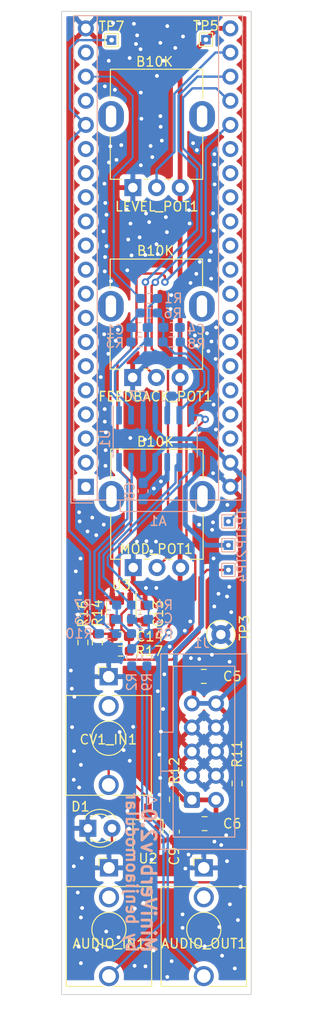
<source format=kicad_pcb>
(kicad_pcb (version 20211014) (generator pcbnew)
  (layers (0 "F.Cu" signal) (31 "B.Cu" signal) (34 "B.Paste" user) (35 "F.Paste" user) (36 "B.SilkS" user "B.Silkscreen") (37 "F.SilkS" user "F.Silkscreen") (38 "B.Mask" user) (39 "F.Mask" user) (44 "Edge.Cuts" user))
  (net 0 "")
  (net 1 "GND")
  (net 2 "+12V")
  (net 14 "3V3_A")
  (net 16 "INT_AUDIO_OUT1")
  (net 18 "INT_AUDIO_IN1")
  (net 29 "FEEDBACK")
  (net 31 "Net-(AUDIO_IN1-PadT)")
  (net 33 "Net-(AUDIO_OUT1-PadT)")
  (net 34 "Net-(C1-Pad1)")
  (net 35 "Net-(C1-Pad2)")
  (net 36 "Net-(C2-Pad1)")
  (net 37 "Net-(C2-Pad2)")
  (net 38 "Net-(C4-Pad1)")
  (net 39 "Net-(C4-Pad2)")
  (net 40 "-12V")
  (net 41 "Net-(D1-Pad2)")
  (net 44 "Net-(C3-Pad1)")
  (net 45 "Net-(C3-Pad2)")
  (net 46 "CV1")
  (net 52 "LEVEL")
  (net 53 "MOD")
  (net 54 "AREF_-10")
  (net 55 "Net-(C14-Pad2)")
  (net 57 "Net-(CV1_IN1-PadT)")
  (footprint "Capacitor_SMD:C_0603_1608Metric_Pad1.08x0.95mm_HandSolder" (layer "F.Cu") (at 133.804 126.3565 90)
    (fp_text reference "C13")
    (fp_text value "100nF")
  )
  (footprint "Capacitor_SMD:C_0805_2012Metric_Pad1.18x1.45mm_HandSolder" (layer "F.Cu") (at 140 133.011)
    (fp_text reference "C5")
    (fp_text value "47uF")
  )
  (footprint "benjiaomodular:Potentiometer_RV09" (layer "F.Cu") (at 132.5 101.545 90)
    (fp_text reference "FEEDBACK_POT1")
    (fp_text value "B10K")
  )
  (footprint "TestPoint:TestPoint_THTPad_1.0x1.0mm_Drill0.5mm" (layer "F.Cu") (at 140.225 65.975)
    (fp_text reference "TP5")
    (fp_text value "TP_3.3V")
  )
  (footprint "Package_TO_SOT_SMD:SOT-23_Handsoldering" (layer "F.Cu") (at 134.112 148.844 90)
    (fp_text reference "U2")
    (fp_text value "LM4040LP-10")
  )
  (footprint "Resistor_SMD:R_0603_1608Metric_Pad0.98x0.95mm_HandSolder" (layer "F.Cu") (at 131.244 130.3465 180)
    (fp_text reference "R17")
    (fp_text value "66.5k")
  )
  (footprint "Capacitor_SMD:C_0805_2012Metric_Pad1.18x1.45mm_HandSolder" (layer "F.Cu") (at 140.0875 148.511)
    (fp_text reference "C6")
    (fp_text value "47uF")
  )
  (footprint "TestPoint:TestPoint_Loop_D1.80mm_Drill1.0mm_Beaded" (layer "F.Cu") (at 141.8 128.6 90)
    (fp_text reference "TP3")
    (fp_text value "TP_GND")
  )
  (footprint "Resistor_SMD:R_0603_1608Metric_Pad0.98x0.95mm_HandSolder" (layer "F.Cu") (at 128.774 129.4465 -90)
    (fp_text reference "R14")
    (fp_text value "200k")
  )
  (footprint "benjiaomodular:AudioJack_3.5mm" (layer "F.Cu") (at 129.97 133.04)
    (fp_text reference "CV1_IN1")
    (fp_text value "MONO_JACK" hide)
  )
  (footprint "Package_TO_SOT_SMD:SOT-23-5" (layer "F.Cu") (at 131.294 125.9565 -90)
    (fp_text reference "U3")
    (fp_text value "MCP6001-OT")
  )
  (footprint "Capacitor_SMD:C_0603_1608Metric_Pad1.08x0.95mm_HandSolder" (layer "F.Cu") (at 131.254 128.8165 180)
    (fp_text reference "C14")
    (fp_text value "10nF")
  )
  (footprint "benjiaomodular:AudioJack_3.5mm" (layer "F.Cu") (at 140 153.162)
    (fp_text reference "AUDIO_OUT1")
    (fp_text value "MONO_JACK" hide)
  )
  (footprint "Resistor_SMD:R_0603_1608Metric_Pad0.98x0.95mm_HandSolder" (layer "F.Cu") (at 143.51 144.272 90)
    (fp_text reference "R11")
    (fp_text value "10k")
  )
  (footprint "Capacitor_SMD:C_0603_1608Metric_Pad1.08x0.95mm_HandSolder" (layer "F.Cu") (at 136.906 149.352 -90)
    (fp_text reference "C9")
    (fp_text value "100nF")
  )
  (footprint "benjiaomodular:Potentiometer_RV09" (layer "F.Cu") (at 132.56 121.555 90)
    (fp_text reference "MOD_POT1")
    (fp_text value "B10K")
  )
  (footprint "benjiaomodular:Potentiometer_RV09" (layer "F.Cu") (at 132.52 81.555 90)
    (fp_text reference "LEVEL_POT1")
    (fp_text value "B10K")
  )
  (footprint "LED_THT:LED_D3.0mm" (layer "F.Cu") (at 127.775 149)
    (fp_text reference "D1")
    (fp_text value "3mm_LED")
  )
  (footprint "TestPoint:TestPoint_THTPad_1.0x1.0mm_Drill0.5mm" (layer "F.Cu") (at 130.275 66.025)
    (fp_text reference "TP7")
    (fp_text value "TP_INPUT_BUFFER")
  )
  (footprint "Resistor_SMD:R_0603_1608Metric_Pad0.98x0.95mm_HandSolder" (layer "F.Cu") (at 136.906 145.9465 -90)
    (fp_text reference "R12")
    (fp_text value "330")
  )
  (footprint "Resistor_SMD:R_0603_1608Metric_Pad0.98x0.95mm_HandSolder" (layer "F.Cu") (at 127.254 129.4365 -90)
    (fp_text reference "R16")
    (fp_text value "100k")
  )
  (footprint "benjiaomodular:AudioJack_3.5mm" (layer "F.Cu") (at 130 153.162)
    (fp_text reference "AUDIO_IN1")
    (fp_text value "MONO_JACK" hide)
  )
  (footprint "Resistor_SMD:R_0603_1608Metric_Pad0.98x0.95mm_HandSolder" (layer "B.Cu") (at 134 131 90)
    (fp_text reference "R9")
    (fp_text value "1k")
  )
  (footprint "Capacitor_SMD:C_0603_1608Metric_Pad1.08x0.95mm_HandSolder" (layer "B.Cu") (at 135.72 103.5)
    (fp_text reference "C7")
    (fp_text value "100nF")
  )
  (footprint "Capacitor_SMD:C_0603_1608Metric_Pad1.08x0.95mm_HandSolder" (layer "B.Cu") (at 133.6 113.5 90)
    (fp_text reference "C8")
    (fp_text value "100nF")
  )
  (footprint "TestPoint:TestPoint_THTPad_1.0x1.0mm_Drill0.5mm" (layer "B.Cu") (at 142.6 121.8 90)
    (fp_text reference "TP4")
    (fp_text value "TP_-10V")
  )
  (footprint "Capacitor_SMD:C_0603_1608Metric_Pad1.08x0.95mm_HandSolder" (layer "B.Cu") (at 133.2875 127 180)
    (fp_text reference "C2")
    (fp_text value "47pF")
  )
  (footprint "Resistor_SMD:R_0603_1608Metric_Pad0.98x0.95mm_HandSolder" (layer "B.Cu") (at 134.2 93.218 180)
    (fp_text reference "R1")
    (fp_text value "10k")
  )
  (footprint "TestPoint:TestPoint_THTPad_1.0x1.0mm_Drill0.5mm" (layer "B.Cu") (at 142.6 116.7 90)
    (fp_text reference "TP1")
    (fp_text value "TP_12V")
  )
  (footprint "Package_SO:SOIC-14_3.9x8.7mm_P1.27mm" (layer "B.Cu") (at 134.874 107.99 -90)
    (fp_text reference "U1")
    (fp_text value "TL074")
  )
  (footprint "TestPoint:TestPoint_THTPad_1.0x1.0mm_Drill0.5mm" (layer "B.Cu") (at 142.6 119.2 90)
    (fp_text reference "TP2")
    (fp_text value "TP_-12V")
  )
  (footprint "Resistor_SMD:R_0603_1608Metric_Pad0.98x0.95mm_HandSolder" (layer "B.Cu") (at 133.23 97.805)
    (fp_text reference "R3")
    (fp_text value "100k")
  )
  (footprint "Connector_IDC:IDC-Header_2x05_P2.54mm_Vertical" (layer "B.Cu") (at 138.7475 146.011)
    (fp_text reference "J1")
    (fp_text value "IDC_2x05")
  )
  (footprint "Capacitor_SMD:C_0603_1608Metric_Pad1.08x0.95mm_HandSolder" (layer "B.Cu") (at 129.9 127)
    (fp_text reference "C3")
    (fp_text value "580pF")
  )
  (footprint "Resistor_SMD:R_0603_1608Metric_Pad0.98x0.95mm_HandSolder" (layer "B.Cu") (at 136.61 97.8 180)
    (fp_text reference "R8")
    (fp_text value "100k")
  )
  (footprint "daisy-seed:Device_Audio_Electrosmith_Daisy_Seed" (layer "B.Cu") (at 127.560933 113.05)
    (fp_text reference "A1")
    (fp_text value "Device_Audio_Electrosmith_Daisy_Seed_Rev4")
  )
  (footprint "Resistor_SMD:R_0603_1608Metric_Pad0.98x0.95mm_HandSolder" (layer "B.Cu") (at 134.19 94.75 180)
    (fp_text reference "R6")
    (fp_text value "100k")
  )
  (footprint "Resistor_SMD:R_0603_1608Metric_Pad0.98x0.95mm_HandSolder" (layer "B.Cu") (at 132.4 131 -90)
    (fp_text reference "R2")
    (fp_text value "100k")
  )
  (footprint "Resistor_SMD:R_0603_1608Metric_Pad0.98x0.95mm_HandSolder" (layer "B.Cu") (at 133.2875 125.5 180)
    (fp_text reference "R4")
    (fp_text value "100k")
  )
  (footprint "Capacitor_SMD:C_0603_1608Metric_Pad1.08x0.95mm_HandSolder" (layer "B.Cu") (at 133.23 96.28)
    (fp_text reference "C1")
    (fp_text value "47pF")
  )
  (footprint "Resistor_SMD:R_0603_1608Metric_Pad0.98x0.95mm_HandSolder" (layer "B.Cu") (at 129.9 125.5)
    (fp_text reference "R7")
    (fp_text value "10k")
  )
  (footprint "Capacitor_SMD:C_0603_1608Metric_Pad1.08x0.95mm_HandSolder" (layer "B.Cu") (at 136.6 96.27 180)
    (fp_text reference "C4")
    (fp_text value "47pF")
  )
  (footprint "Resistor_SMD:R_0603_1608Metric_Pad0.98x0.95mm_HandSolder" (layer "B.Cu") (at 129.9025 128.508)
    (fp_text reference "R10")
    (fp_text value "1k")
  )
  (footprint "Resistor_SMD:R_0603_1608Metric_Pad0.98x0.95mm_HandSolder" (layer "B.Cu") (at 133.2875 128.5)
    (fp_text reference "R5")
    (fp_text value "100k")
  )
  (gr_line (start 145 166.5) (end 125 166.5) (layer "Edge.Cuts") (width 0.1))
  (gr_line (start 125 166.5) (end 125 63) (layer "Edge.Cuts") (width 0.1))
  (gr_line (start 125 63) (end 145 63) (layer "Edge.Cuts") (width 0.1))
  (gr_line (start 145 63) (end 145 166.5) (layer "Edge.Cuts") (width 0.1))
  (gr_text "by benjiaomodular" (at 132.41 153.66 270) (layer "B.SilkS") (effects (font (size 1.2 1.2) (thickness 0.25)) (justify mirror)))
  (gr_text "MiniVerb v2.0" (at 134.16 154.485 270) (layer "B.SilkS") (effects (font (size 1.5 1.5) (thickness 0.3)) (justify mirror)))
  (segment (start 131.294 124.819) (end 130.344 124.819) (width 0.25) (layer "F.Cu") (net 1))
  (segment (start 139.05 148.511) (end 138.6095 148.511) (width 0.5) (layer "F.Cu") (net 1))
  (segment (start 138.6095 148.511) (end 136.906 150.2145) (width 0.5) (layer "F.Cu") (net 1))
  (via (at 137.76 159.48) (size 0.8) (drill 0.4) (layers "F.Cu" "B.Cu") (net 1))
  (via (at 135.06 69.79) (size 0.8) (drill 0.4) (layers "F.Cu" "B.Cu") (net 1))
  (via (at 141.84 150.76) (size 0.8) (drill 0.4) (layers "F.Cu" "B.Cu") (net 1))
  (via (at 135.4 143.7) (size 0.8) (drill 0.4) (layers "F.Cu" "B.Cu") (net 1))
  (via (at 129.73 84.41) (size 0.8) (drill 0.4) (layers "F.Cu" "B.Cu") (net 1))
  (via (at 131.13 138.87) (size 0.8) (drill 0.4) (layers "F.Cu" "B.Cu") (net 1))
  (via (at 127.13 152.12) (size 0.8) (drill 0.4) (layers "F.Cu" "B.Cu") (net 1))
  (via (at 140.75 88.31) (size 0.8) (drill 0.4) (layers "F.Cu" "B.Cu") (net 1))
  (via (at 139.23 98.2) (size 0.8) (drill 0.4) (layers "F.Cu" "B.Cu") (net 1))
  (via (at 126.29 143.89) (size 0.8) (drill 0.4) (layers "F.Cu" "B.Cu") (net 1))
  (via (at 132.03 87.02) (size 0.8) (drill 0.4) (layers "F.Cu" "B.Cu") (net 1))
  (via (at 135.42 66.31) (size 0.8) (drill 0.4) (layers "F.Cu" "B.Cu") (net 1))
  (via (at 133.83 88.64) (size 0.8) (drill 0.4) (layers "F.Cu" "B.Cu") (net 1))
  (via (at 126.86 144.71) (size 0.8) (drill 0.4) (layers "F.Cu" "B.Cu") (net 1))
  (via (at 141.63 159.39) (size 0.8) (drill 0.4) (layers "F.Cu" "B.Cu") (net 1))
  (via (at 138.5 85.33) (size 0.8) (drill 0.4) (layers "F.Cu" "B.Cu") (net 1))
  (via (at 136.4 129.875) (size 0.8) (drill 0.4) (layers "F.Cu" "B.Cu") (net 1))
  (via (at 143.87 155.15) (size 0.8) (drill 0.4) (layers "F.Cu" "B.Cu") (net 1))
  (via (at 142.45 124.6) (size 0.8) (drill 0.4) (layers "F.Cu" "B.Cu") (net 1))
  (via (at 132.95 118.82) (size 0.8) (drill 0.4) (layers "F.Cu" "B.Cu") (net 1))
  (via (at 140.97 116.79) (size 0.8) (drill 0.4) (layers "F.Cu" "B.Cu") (net 1))
  (via (at 142.89 126.25) (size 0.8) (drill 0.4) (layers "F.Cu" "B.Cu") (net 1))
  (via (at 132.19 141.89) (size 0.8) (drill 0.4) (layers "F.Cu" "B.Cu") (net 1))
  (via (at 136.57 92.87) (size 0.8) (drill 0.4) (layers "F.Cu" "B.Cu") (net 1))
  (via (at 126.71 155.76) (size 0.8) (drill 0.4) (layers "F.Cu" "B.Cu") (net 1))
  (via (at 127.04 142.32) (size 0.8) (drill 0.4) (layers "F.Cu" "B.Cu") (net 1))
  (via (at 136.5 94.33) (size 0.8) (drill 0.4) (layers "F.Cu" "B.Cu") (net 1))
  (via (at 139.27 77.6) (size 0.8) (drill 0.4) (layers "F.Cu" "B.Cu") (net 1))
  (via (at 129.14 101.5) (size 0.8) (drill 0.4) (layers "F.Cu" "B.Cu") (net 1))
  (via (at 132.97 65.52) (size 0.8) (drill 0.4) (layers "F.Cu" "B.Cu") (net 1))
  (via (at 141.28 107.02) (size 0.8) (drill 0.4) (layers "F.Cu" "B.Cu") (net 1))
  (via (at 140.98 84.26) (size 0.8) (drill 0.4) (layers "F.Cu" "B.Cu") (net 1))
  (via (at 141.14 81.21) (size 0.8) (drill 0.4) (layers "F.Cu" "B.Cu") (net 1))
  (via (at 141.55 124.31) (size 0.8) (drill 0.4) (layers "F.Cu" "B.Cu") (net 1))
  (via (at 129.61 83.17) (size 0.8) (drill 0.4) (layers "F.Cu" "B.Cu") (net 1))
  (via (at 127.04 163.2) (size 0.8) (drill 0.4) (layers "F.Cu" "B.Cu") (net 1))
  (via (at 135.45 75.15) (size 0.8) (drill 0.4) (layers "F.Cu" "B.Cu") (net 1))
  (via (at 129.49 96.99) (size 0.8) (drill 0.4) (layers "F.Cu" "B.Cu") (net 1))
  (via (at 140.88 117.58) (size 0.8) (drill 0.4) (layers "F.Cu" "B.Cu") (net 1))
  (via (at 141.3 96.27) (size 0.8) (drill 0.4) (layers "F.Cu" "B.Cu") (net 1))
  (via (at 131.55 140.77) (size 0.8) (drill 0.4) (layers "F.Cu" "B.Cu") (net 1))
  (via (at 130.62 71.26) (size 0.8) (drill 0.4) (layers "F.Cu" "B.Cu") (net 1))
  (via (at 136.11 86.24) (size 0.8) (drill 0.4) (layers "F.Cu" "B.Cu") (net 1))
  (via (at 137.81 65.64) (size 0.8) (drill 0.4) (layers "F.Cu" "B.Cu") (net 1))
  (via (at 134.7 161.87) (size 0.8) (drill 0.4) (layers "F.Cu" "B.Cu") (net 1))
  (via (at 140.98 111.62) (size 0.8) (drill 0.4) (layers "F.Cu" "B.Cu") (net 1))
  (via (at 141.93 162.41) (size 0.8) (drill 0.4) (layers "F.Cu" "B.Cu") (net 1))
  (via (at 138.6 91.59) (size 0.8) (drill 0.4) (layers "F.Cu" "B.Cu") (net 1))
  (via (at 129.45 117.03) (size 0.8) (drill 0.4) (layers "F.Cu" "B.Cu") (net 1))
  (via (at 135.15 134.57) (size 0.8) (drill 0.4) (layers "F.Cu" "B.Cu") (net 1))
  (via (at 126.8 161.45) (size 0.8) (drill 0.4) (layers "F.Cu" "B.Cu") (net 1))
  (via (at 129.57 70.89) (size 0.8) (drill 0.4) (layers "F.Cu" "B.Cu") (net 1))
  (via (at 127.74 117.75) (size 0.8) (drill 0.4) (layers "F.Cu" "B.Cu") (net 1))
  (via (at 129.63 110.84) (size 0.8) (drill 0.4) (layers "F.Cu" "B.Cu") (net 1))
  (via (at 130.7 97.67) (size 0.8) (drill 0.4) (layers "F.Cu" "B.Cu") (net 1))
  (via (at 141.12 150.4) (size 0.8) (drill 0.4) (layers "F.Cu" "B.Cu") (net 1))
  (via (at 133.42 74.3) (size 0.8) (drill 0.4) (layers "F.Cu" "B.Cu") (net 1))
  (via (at 127.17 157.39) (size 0.8) (drill 0.4) (layers "F.Cu" "B.Cu") (net 1))
  (via (at 133.9 123.7) (size 0.8) (drill 0.4) (layers "F.Cu" "B.Cu") (net 1))
  (via (at 136.15 64.55) (size 0.8) (drill 0.4) (layers "F.Cu" "B.Cu") (net 1))
  (via (at 133.33 66.98) (size 0.8) (drill 0.4) (layers "F.Cu" "B.Cu") (net 1))
  (via (at 140.85 130.73) (size 0.8) (drill 0.4) (layers "F.Cu" "B.Cu") (net 1))
  (via (at 134.73125 113.23125) (size 0.8) (drill 0.4) (layers "F.Cu" "B.Cu") (net 1))
  (via (at 134.57 78.34) (size 0.8) (drill 0.4) (layers "F.Cu" "B.Cu") (net 1))
  (via (at 133.36 71.55) (size 0.8) (drill 0.4) (layers "F.Cu" "B.Cu") (net 1))
  (via (at 140.6 89.22) (size 0.8) (drill 0.4) (layers "F.Cu" "B.Cu") (net 1))
  (via (at 141.11 125.65) (size 0.8) (drill 0.4) (layers "F.Cu" "B.Cu") (net 1))
  (via (at 138.39 151.76) (size 0.8) (drill 0.4) (layers "F.Cu" "B.Cu") (net 1))
  (via (at 142.36 149.73) (size 0.8) (drill 0.4) (layers "F.Cu" "B.Cu") (net 1))
  (via (at 128.24 116.29) (size 0.8) (drill 0.4) (layers "F.Cu" "B.Cu") (net 1))
  (via (at 135 123.7) (size 0.8) (drill 0.4) (layers "F.Cu" "B.Cu") (net 1))
  (via (at 129.55 104.87) (size 0.8) (drill 0.4) (layers "F.Cu" "B.Cu") (net 1))
  (via (at 132.73 157.45) (size 0.8) (drill 0.4) (layers "F.Cu" "B.Cu") (net 1))
  (via (at 137.76 158.06) (size 0.8) (drill 0.4) (layers "F.Cu" "B.Cu") (net 1))
  (via (at 135.33 145.46) (size 0.8) (drill 0.4) (layers "F.Cu" "B.Cu") (net 1))
  (via (at 140.09 161.42) (size 0.8) (drill 0.4) (layers "F.Cu" "B.Cu") (net 1))
  (via (at 133.64 156.85) (size 0.8) (drill 0.4) (layers "F.Cu" "B.Cu") (net 1))
  (via (at 136 84.66) (size 0.8) (drill 0.4) (layers "F.Cu" "B.Cu") (net 1))
  (via (at 133.91 84.28) (size 0.8) (drill 0.4) (layers "F.Cu" "B.Cu") (net 1))
  (via (at 143.6 158.66) (size 0.8) (drill 0.4) (layers "F.Cu" "B.Cu") (net 1))
  (via (at 126.85 115.73) (size 0.8) (drill 0.4) (layers "F.Cu" "B.Cu") (net 1))
  (via (at 133.79 108.07) (size 0.8) (drill 0.4) (layers "F.Cu" "B.Cu") (net 1))
  (via (at 134.96 118.82) (size 0.8) (drill 0.4) (layers "F.Cu" "B.Cu") (net 1))
  (via (at 138.43 83.93) (size 0.8) (drill 0.4) (layers "F.Cu" "B.Cu") (net 1))
  (via (at 142.45 152.46) (size 0.8) (drill 0.4) (layers "F.Cu" "B.Cu") (net 1))
  (via (at 141.11 79.13) (size 0.8) (drill 0.4) (layers "F.Cu" "B.Cu") (net 1))
  (via (at 134.24 85.18) (size 0.8) (drill 0.4) (layers "F.Cu" "B.Cu") (net 1))
  (via (at 139.52 131.18) (size 0.8) (drill 0.4) (layers "F.Cu" "B.Cu") (net 1))
  (via (at 140.49 98.77) (size 0.8) (drill 0.4) (layers "F.Cu" "B.Cu") (net 1))
  (via (at 138.87 76.87) (size 0.8) (drill 0.4) (layers "F.Cu" "B.Cu") (net 1))
  (via (at 130.43 64.22) (size 0.8) (drill 0.4) (layers "F.Cu" "B.Cu") (net 1))
  (via (at 141.25 99.59) (size 0.8) (drill 0.4) (layers "F.Cu" "B.Cu") (net 1))
  (via (at 142.69 123.58) (size 0.8) (drill 0.4) (layers "F.Cu" "B.Cu") (net 1))
  (via (at 126.91 116.69) (size 0.8) (drill 0.4) (layers "F.Cu" "B.Cu") (net 1))
  (via (at 139.06 97.11) (size 0.8) (drill 0.4) (layers "F.Cu" "B.Cu") (net 1))
  (via (at 141.12 78.03) (size 0.8) (drill 0.4) (layers "F.Cu" "B.Cu") (net 1))
  (via (at 138.575 127.225) (size 0.8) (drill 0.4) (layers "F.Cu" "B.Cu") (net 1))
  (via (at 130.21 91.4) (size 0.8) (drill 0.4) (layers "F.Cu" "B.Cu") (net 1))
  (via (at 135.01 87.51) (size 0.8) (drill 0.4) (layers "F.Cu" "B.Cu") (net 1))
  (via (at 131.86 83.85) (size 0.8) (drill 0.4) (layers "F.Cu" "B.Cu") (net 1))
  (via (at 135.71 136.44) (size 0.8) (drill 0.4) (layers "F.Cu" "B.Cu") (net 1))
  (via (at 125.98 132.39) (size 0.8) (drill 0.4) (layers "F.Cu" "B.Cu") (net 1))
  (via (at 127.04 158.39) (size 0.8) (drill 0.4) (layers "F.Cu" "B.Cu") (net 1))
  (via (at 139.51 117.04) (size 0.8) (drill 0.4) (layers "F.Cu" "B.Cu") (net 1))
  (via (at 135.84 132.79) (size 0.8) (drill 0.4) (layers "F.Cu" "B.Cu") (net 1))
  (via (at 135.48 138.82) (size 0.8) (drill 0.4) (layers "F.Cu" "B.Cu") (net 1))
  (via (at 126.35 135.15) (size 0.8) (drill 0.4) (layers "F.Cu" "B.Cu") (net 1))
  (via (at 132.7 163.47) (size 0.8) (drill 0.4) (layers "F.Cu" "B.Cu") (net 1))
  (via (at 140.78 91.14) (size 0.8) (drill 0.4) (layers "F.Cu" "B.Cu") (net 1))
  (via (at 136.15 164.65) (size 0.8) (drill 0.4) (layers "F.Cu" "B.Cu") (net 1))
  (via (at 132.1 149.04) (size 0.8) (drill 0.4) (layers "F.Cu" "B.Cu") (net 1))
  (via (at 130.15 77.21) (size 0.8) (drill 0.4) (layers "F.Cu" "B.Cu") (net 1))
  (via (at 128.74 161.78) (size 0.8) (drill 0.4) (layers "F.Cu" "B.Cu") (net 1))
  (via (at 129.65 109.19) (size 0.8) (drill 0.4) (layers "F.Cu" "B.Cu") (net 1))
  (via (at 142.49 114.95) (size 0.8) (drill 0.4) (layers "F.Cu" "B.Cu") (net 1))
  (via (at 126.29 153) (size 0.8) (drill 0.4) (layers "F.Cu" "B.Cu") (net 1))
  (via (at 135.75 68.19) (size 0.8) (drill 0.4) (layers "F.Cu" "B.Cu") (net 1))
  (via (at 126.32 140.87) (size 0.8) (drill 0.4) (layers "F.Cu" "B.Cu") (net 1))
  (via (at 129.71 159.87) (size 0.8) (drill 0.4) (layers "F.Cu" "B.Cu") (net 1))
  (via (at 129.59 88.86) (size 0.8) (drill 0.4) (layers "F.Cu" "B.Cu") (net 1))
  (via (at 129.52 81.14) (size 0.8) (drill 0.4) (layers "F.Cu" "B.Cu") (net 1))
  (via (at 130.95 96.52) (size 0.8) (drill 0.4) (layers "F.Cu" "B.Cu") (net 1))
  (via (at 133.85 163.53) (size 0.8) (drill 0.4) (layers "F.Cu" "B.Cu") (net 1))
  (via (at 141.03 104.4) (size 0.8) (drill 0.4) (layers "F.Cu" "B.Cu") (net 1))
  (via (at 133.95 118.77) (size 0.8) (drill 0.4) (layers "F.Cu" "B.Cu") (net 1))
  (via (at 132.38 88.69) (size 0.8) (drill 0.4) (layers "F.Cu" "B.Cu") (net 1))
  (via (at 132.55 138.32) (size 0.8) (drill 0.4) (layers "F.Cu" "B.Cu") (net 1))
  (via (at 135.42 74.03) (size 0.8) (drill 0.4) (layers "F.Cu" "B.Cu") (net 1))
  (via (at 135.14 88.55) (size 0.8) (drill 0.4) (layers "F.Cu" "B.Cu") (net 1))
  (via (at 132.63 64.31) (size 0.8) (drill 0.4) (layers "F.Cu" "B.Cu") (net 1))
  (via (at 132.25 107.91) (size 0.8) (drill 0.4) (layers "F.Cu" "B.Cu") (net 1))
  (via (at 135.57 76.6) (size 0.8) (drill 0.4) (layers "F.Cu" "B.Cu") (net 1))
  (via (at 136.61 162.99) (size 0.8) (drill 0.4) (layers "F.Cu" "B.Cu") (net 1))
  (via (at 126.11 138.35) (size 0.8) (drill 0.4) (layers "F.Cu" "B.Cu") (net 1))
  (via (at 138.64 131.08) (size 0.8) (drill 0.4) (layers "F.Cu" "B.Cu") (net 1))
  (via (at 126.71 126.49) (size 0.8) (drill 0.4) (layers "F.Cu" "B.Cu") (net 1))
  (via (at 130 78.9) (size 0.8) (drill 0.4) (layers "F.Cu" "B.Cu") (net 1))
  (via (at 132.18 67.91) (size 0.8) (drill 0.4) (layers "F.Cu" "B.Cu") (net 1))
  (via (at 131.95 147.16) (size 0.8) (drill 0.4) (layers "F.Cu" "B.Cu") (net 1))
  (via (at 139.58 89.36) (size 0.8) (drill 0.4) (layers "F.Cu" "B.Cu") (net 1))
  (via (at 131.01 160.48) (size 0.8) (drill 0.4) (layers "F.Cu" "B.Cu") (net 1))
  (via (at 129.93 99.05) (size 0.8) (drill 0.4) (layers "F.Cu" "B.Cu") (net 1))
  (via (at 134.39 77.17) (size 0.8) (drill 0.4) (layers "F.Cu" "B.Cu") (net 1))
  (via (at 141.03 120.59) (size 0.8) (drill 0.4) (layers "F.Cu" "B.Cu") (net 1))
  (via (at 143.27 163.75) (size 0.8) (drill 0.4) (layers "F.Cu" "B.Cu") (net 1))
  (via (at 127 120.6) (size 0.8) (drill 0.4) (layers "F.Cu" "B.Cu") (net 1))
  (via (at 136.99 66.85) (size 0.8) (drill 0.4) (layers "F.Cu" "B.Cu") (net 1))
  (via (at 134.49 152.31) (size 0.8) (drill 0.4) (layers "F.Cu" "B.Cu") (net 1))
  (via (at 140.34 96.89) (size 0.8) (drill 0.4) (layers "F.Cu" "B.Cu") (net 1))
  (via (at 133.23 86.79) (size 0.8) (drill 0.4) (layers "F.Cu" "B.Cu") (net 1))
  (via (at 126.95 124.25) (size 0.8) (drill 0.4) (layers "F.Cu" "B.Cu") (net 1))
  (via (at 128.66 118.14) (size 0.8) (drill 0.4) (layers "F.Cu" "B.Cu") (net 1))
  (via (at 135.48125 112.48125) (size 0.8) (drill 0.4) (layers "F.Cu" "B.Cu") (net 1))
  (via (at 129.56 106.19) (size 0.8) (drill 0.4) (layers "F.Cu" "B.Cu") (net 1))
  (via (at 129.55 90.37) (size 0.8) (drill 0.4) (layers "F.Cu" "B.Cu") (net 1))
  (via (at 129.43 86.16) (size 0.8) (drill 0.4) (layers "F.Cu" "B.Cu") (net 1))
  (via (at 129.98 68.2) (size 0.8) (drill 0.4) (layers "F.Cu" "B.Cu") (net 1))
  (via (at 129.73 87.71) (size 0.8) (drill 0.4) (layers "F.Cu" "B.Cu") (net 1))
  (via (at 135.32 141.24) (size 0.8) (drill 0.4) (layers "F.Cu" "B.Cu") (net 1))
  (via (at 126.5 121.95) (size 0.8) (drill 0.4) (layers "F.Cu" "B.Cu") (net 1))
  (via (at 130.79 78.63) (size 0.8) (drill 0.4) (layers "F.Cu" "B.Cu") (net 1))
  (via (at 138.06 153.24) (size 0.8) (drill 0.4) (layers "F.Cu" "B.Cu") (net 1))
  (via (at 138 128.2) (size 0.8) (drill 0.4) (layers "F.Cu" "B.Cu") (net 1))
  (via (at 134.46 119.84) (size 0.8) (drill 0.4) (layers "F.Cu" "B.Cu") (net 1))
  (via (at 141.06 86.08) (size 0.8) (drill 0.4) (layers "F.Cu" "B.Cu") (net 1))
  (via (at 132.27 85.34) (size 0.8) (drill 0.4) (layers "F.Cu" "B.Cu") (net 1))
  (via (at 140.81 97.75) (size 0.8) (drill 0.4) (layers "F.Cu" "B.Cu") (net 1))
  (via (at 132.85 66.43) (size 0.8) (drill 0.4) (layers "F.Cu" "B.Cu") (net 1))
  (via (at 139.53 64.28) (size 0.8) (drill 0.4) (layers "F.Cu" "B.Cu") (net 1))
  (via (at 131.93 90.26) (size 0.8) (drill 0.4) (layers "F.Cu" "B.Cu") (net 1))
  (via (at 133.36 79.2) (size 0.8) (drill 0.4) (layers "F.Cu" "B.Cu") (net 1))
  (via (at 142.75 157) (size 0.8) (drill 0.4) (layers "F.Cu" "B.Cu") (net 1))
  (via (at 142.72 131.47) (size 0.8) (drill 0.4) (layers "F.Cu" "B.Cu") (net 1))
  (via (at 131.3 77.08) (size 0.8) (drill 0.4) (layers "F.Cu" "B.Cu") (net 1))
  (via (at 139.21 90.63) (size 0.8) (drill 0.4) (layers "F.Cu" "B.Cu") (net 1))
  (via (at 129.67 107.32) (size 0.8) (drill 0.4) (layers "F.Cu" "B.Cu") (net 1))
  (via (at 126.08 134.3) (size 0.8) (drill 0.4) (layers "F.Cu" "B.Cu") (net 1))
  (segment (start 136.2 105.459) (end 136.144 105.515) (width 0.5) (layer "B.Cu") (net 1))
  (segment (start 139.3 101.025658) (end 137.874342 99.6) (width 0.5) (layer "B.Cu") (net 1))
  (segment (start 135.48125 112.48125) (end 134.73125 113.23125) (width 0.5) (layer "B.Cu") (net 1))
  (segment (start 139.3 102.3) (end 139.3 101.025658) (width 0.5) (layer "B.Cu") (net 1))
  (segment (start 133.6 114.3625) (end 134.73125 113.23125) (width 0.5) (layer "B.Cu") (net 1))
  (segment (start 138.1 103.5) (end 139.3 102.3) (width 0.5) (layer "B.Cu") (net 1))
  (segment (start 136.5825 103.5) (end 136.2 103.8825) (width 0.5) (layer "B.Cu") (net 1))
  (segment (start 134.445 99.6) (end 132.5 101.545) (width 0.5) (layer "B.Cu") (net 1))
  (segment (start 136.144 110.465) (end 136.144 111.8185) (width 0.5) (layer "B.Cu") (net 1))
  (segment (start 136.144 111.8185) (end 135.48125 112.48125) (width 0.5) (layer "B.Cu") (net 1))
  (segment (start 136.2 103.8825) (end 136.2 105.459) (width 0.5) (layer "B.Cu") (net 1))
  (segment (start 137.874342 99.6) (end 134.445 99.6) (width 0.5) (layer "B.Cu") (net 1))
  (segment (start 136.5825 103.5) (end 138.1 103.5) (width 0.5) (layer "B.Cu") (net 1))
  (segment (start 138.9625 133.011) (end 138.9625 135.636) (width 0.5) (layer "F.Cu") (net 2))
  (segment (start 141.2875 135.851) (end 143.51 138.0735) (width 0.5) (layer "F.Cu") (net 2))
  (segment (start 138.9625 135.636) (end 138.7475 135.851) (width 0.5) (layer "F.Cu") (net 2))
  (segment (start 143.51 138.0735) (end 143.51 143.3595) (width 0.5) (layer "F.Cu") (net 2))
  (segment (start 144.1 115.2) (end 144.2 115.2) (width 0.25) (layer "B.Cu") (net 2))
  (segment (start 141.2875 135.851) (end 138.7475 135.851) (width 0.5) (layer "B.Cu") (net 2))
  (segment (start 134.874 107.074) (end 135.8 108) (width 0.5) (layer "B.Cu") (net 2))
  (segment (start 134.874 105.515) (end 134.874 103.5165) (width 0.5) (layer "B.Cu") (net 2))
  (segment (start 140.125 108) (end 144.2 112.075) (width 0.5) (layer "B.Cu") (net 2))
  (segment (start 142.6 116.7) (end 144.1 115.2) (width 0.25) (layer "B.Cu") (net 2))
  (segment (start 144.2 115.2) (end 144.2 132.9385) (width 0.5) (layer "B.Cu") (net 2))
  (segment (start 134.874 105.515) (end 134.874 107.074) (width 0.5) (layer "B.Cu") (net 2))
  (segment (start 144.2 112.075) (end 144.2 115.2) (width 0.5) (layer "B.Cu") (net 2))
  (segment (start 135.8 108) (end 140.125 108) (width 0.5) (layer "B.Cu") (net 2))
  (segment (start 144.2 132.9385) (end 141.2875 135.851) (width 0.5) (layer "B.Cu") (net 2))
  (segment (start 137.5 124.4) (end 134.681 127.219) (width 0.5) (layer "F.Cu") (net 14))
  (segment (start 142.635 64.79) (end 141.432919 64.79) (width 0.5) (layer "F.Cu") (net 14))
  (segment (start 137.5 121.615) (end 137.5 124.4) (width 0.5) (layer "F.Cu") (net 14))
  (segment (start 134.681 127.219) (end 133.804 127.219) (width 0.5) (layer "F.Cu") (net 14))
  (segment (start 137.5 121.495) (end 137.56 121.555) (width 0.5) (layer "F.Cu") (net 14))
  (segment (start 137.5 68.722919) (end 137.5 121.495) (width 0.5) (layer "F.Cu") (net 14))
  (segment (start 132.244 127.094) (end 133.669 127.094) (width 0.5) (layer "F.Cu") (net 14))
  (segment (start 141.432919 64.79) (end 137.5 68.722919) (width 0.5) (layer "F.Cu") (net 14))
  (segment (start 133.669 127.094) (end 133.784 127.209) (width 0.5) (layer "F.Cu") (net 14))
  (segment (start 137.56 121.555) (end 137.5 121.615) (width 0.5) (layer "F.Cu") (net 14))
  (segment (start 130.5 90.4305) (end 133.2875 93.218) (width 0.2) (layer "B.Cu") (net 16))
  (segment (start 130.5 80.4) (end 130.5 90.4305) (width 0.2) (layer "B.Cu") (net 16))
  (segment (start 130.47 69.87) (end 132.5 71.9) (width 0.2) (layer "B.Cu") (net 16))
  (segment (start 127.395 69.87) (end 130.47 69.87) (width 0.2) (layer "B.Cu") (net 16))
  (segment (start 132.5 71.9) (end 132.5 78.4) (width 0.2) (layer "B.Cu") (net 16))
  (segment (start 132.5 78.4) (end 130.5 80.4) (width 0.2) (layer "B.Cu") (net 16))
  (segment (start 125.875 73.264067) (end 125.875 66.875) (width 0.25) (layer "B.Cu") (net 18))
  (segment (start 125.8 76.710933) (end 127.560933 74.95) (width 0.25) (layer "B.Cu") (net 18))
  (segment (start 125.8 117.67) (end 125.8 76.710933) (width 0.25) (layer "B.Cu") (net 18))
  (segment (start 126.725 66.025) (end 130.275 66.025) (width 0.25) (layer "B.Cu") (net 18))
  (segment (start 128 119.87) (end 125.8 117.67) (width 0.25) (layer "B.Cu") (net 18))
  (segment (start 128 127.518) (end 128 119.87) (width 0.25) (layer "B.Cu") (net 18))
  (segment (start 127.560933 74.95) (end 125.875 73.264067) (width 0.25) (layer "B.Cu") (net 18))
  (segment (start 125.875 66.875) (end 126.725 66.025) (width 0.25) (layer "B.Cu") (net 18))
  (segment (start 128.99 128.508) (end 128 127.518) (width 0.25) (layer "B.Cu") (net 18))
  (segment (start 133.844917 100.389917) (end 133.844917 91.601629) (width 0.25) (layer "F.Cu") (net 29))
  (segment (start 135 101.545) (end 133.844917 100.389917) (width 0.25) (layer "F.Cu") (net 29))
  (via (at 133.844917 91.5) (size 0.8) (drill 0.4) (layers "F.Cu" "B.Cu") (net 29))
  (segment (start 137.349501 71.850499) (end 137.349501 77.649501) (width 0.25) (layer "B.Cu") (net 29))
  (segment (start 139.3 85.989402) (end 133.844917 91.444485) (width 0.25) (layer "B.Cu") (net 29))
  (segment (start 139.3 79.6) (end 139.3 85.989402) (width 0.25) (layer "B.Cu") (net 29))
  (segment (start 139.33 69.87) (end 137.349501 71.850499) (width 0.25) (layer "B.Cu") (net 29))
  (segment (start 137.349501 77.649501) (end 139.3 79.6) (width 0.25) (layer "B.Cu") (net 29))
  (segment (start 142.635 69.87) (end 139.33 69.87) (width 0.25) (layer "B.Cu") (net 29))
  (segment (start 132.4 131.9125) (end 133.5 133.0125) (width 0.25) (layer "B.Cu") (net 31))
  (segment (start 133.5 147.7) (end 135.750499 149.950499) (width 0.25) (layer "B.Cu") (net 31))
  (segment (start 135.750499 149.950499) (end 135.750499 158.811501) (width 0.25) (layer "B.Cu") (net 31))
  (segment (start 135.750499 158.811501) (end 130 164.562) (width 0.25) (layer "B.Cu") (net 31))
  (segment (start 133.5 133.0125) (end 133.5 147.7) (width 0.25) (layer "B.Cu") (net 31))
  (segment (start 136.2 160.762) (end 140 164.562) (width 0.25) (layer "B.Cu") (net 33))
  (segment (start 134 131.9125) (end 134 147.5) (width 0.25) (layer "B.Cu") (net 33))
  (segment (start 136.2 149.7) (end 136.2 160.762) (width 0.25) (layer "B.Cu") (net 33))
  (segment (start 134 147.5) (end 136.2 149.7) (width 0.25) (layer "B.Cu") (net 33))
  (segment (start 131.064 104.074) (end 131.064 105.825) (width 0.25) (layer "B.Cu") (net 34))
  (segment (start 130.19 100.74) (end 130.19 103.2) (width 0.25) (layer "B.Cu") (net 34))
  (segment (start 132.3675 95.66) (end 132.3675 96.28) (width 0.25) (layer "B.Cu") (net 34))
  (segment (start 132.3675 97.755) (end 132.3175 97.805) (width 0.25) (layer "B.Cu") (net 34))
  (segment (start 132.3175 97.805) (end 132.3175 98.6125) (width 0.25) (layer "B.Cu") (net 34))
  (segment (start 132.3175 98.6125) (end 130.19 100.74) (width 0.25) (layer "B.Cu") (net 34))
  (segment (start 133.2775 94.75) (end 132.3675 95.66) (width 0.25) (layer "B.Cu") (net 34))
  (segment (start 132.3675 96.28) (end 132.3675 97.755) (width 0.25) (layer "B.Cu") (net 34))
  (segment (start 130.19 103.2) (end 131.064 104.074) (width 0.25) (layer "B.Cu") (net 34))
  (segment (start 132.334 104.70831) (end 132.334 105.825) (width 0.25) (layer "B.Cu") (net 35))
  (segment (start 134.0925 96.28) (end 134.0925 97.755) (width 0.25) (layer "B.Cu") (net 35))
  (segment (start 134.0925 96.28) (end 134.2 96.1725) (width 0.25) (layer "B.Cu") (net 35))
  (segment (start 133.76069 97.805) (end 130.64 100.92569) (width 0.25) (layer "B.Cu") (net 35))
  (segment (start 134.2 96.1725) (end 134.2 94.1305) (width 0.25) (layer "B.Cu") (net 35))
  (segment (start 130.64 103.01431) (end 132.334 104.70831) (width 0.25) (layer "B.Cu") (net 35))
  (segment (start 130.64 100.92569) (end 130.64 103.01431) (width 0.25) (layer "B.Cu") (net 35))
  (segment (start 134.2 94.1305) (end 135.1125 93.218) (width 0.25) (layer "B.Cu") (net 35))
  (segment (start 134.1425 97.805) (end 133.76069 97.805) (width 0.25) (layer "B.Cu") (net 35))
  (segment (start 134.0925 97.755) (end 134.1425 97.805) (width 0.25) (layer "B.Cu") (net 35))
  (segment (start 134.2 125.5) (end 134.2 128.5) (width 0.25) (layer "B.Cu") (net 36))
  (segment (start 137.475499 112.807307) (end 129.87 120.412806) (width 0.25) (layer "B.Cu") (net 36))
  (segment (start 138.684 111.203533) (end 137.475499 112.412034) (width 0.25) (layer "B.Cu") (net 36))
  (segment (start 129.87 120.412806) (end 129.87 121.32) (width 0.25) (layer "B.Cu") (net 36))
  (segment (start 134.05 125.5) (end 134.2 125.5) (width 0.25) (layer "B.Cu") (net 36))
  (segment (start 137.475499 112.412034) (end 137.475499 112.807307) (width 0.25) (layer "B.Cu") (net 36))
  (segment (start 129.87 121.32) (end 134.05 125.5) (width 0.25) (layer "B.Cu") (net 36))
  (segment (start 138.684 110.465) (end 138.684 111.203533) (width 0.25) (layer "B.Cu") (net 36))
  (segment (start 129.420499 120.226617) (end 129.420499 122.550499) (width 0.25) (layer "B.Cu") (net 37))
  (segment (start 129.420499 122.550499) (end 132.37 125.5) (width 0.25) (layer "B.Cu") (net 37))
  (segment (start 137.414 110.465) (end 137.025998 110.853002) (width 0.25) (layer "B.Cu") (net 37))
  (segment (start 132.375 125.5) (end 132.375 126.95) (width 0.25) (layer "B.Cu") (net 37))
  (segment (start 133.3 127.875) (end 133.3 129.1875) (width 0.25) (layer "B.Cu") (net 37))
  (segment (start 137.025998 112.621118) (end 129.420499 120.226617) (width 0.25) (layer "B.Cu") (net 37))
  (segment (start 132.375 126.95) (end 132.425 127) (width 0.25) (layer "B.Cu") (net 37))
  (segment (start 132.425 127) (end 133.3 127.875) (width 0.25) (layer "B.Cu") (net 37))
  (segment (start 132.37 125.5) (end 132.375 125.5) (width 0.25) (layer "B.Cu") (net 37))
  (segment (start 137.025998 110.853002) (end 137.025998 112.621118) (width 0.25) (layer "B.Cu") (net 37))
  (segment (start 133.3 129.1875) (end 132.4 130.0875) (width 0.25) (layer "B.Cu") (net 37))
  (segment (start 136.3 127.7) (end 136.3 128.4) (width 0.25) (layer "F.Cu") (net 38))
  (segment (start 138.175 119.375) (end 139.100499 120.300499) (width 0.25) (layer "F.Cu") (net 38))
  (segment (start 139.100499 120.300499) (end 139.100499 124.899501) (width 0.25) (layer "F.Cu") (net 38))
  (segment (start 139.100499 124.899501) (end 136.3 127.7) (width 0.25) (layer "F.Cu") (net 38))
  (segment (start 140.15 105.95) (end 138.175 107.925) (width 0.25) (layer "F.Cu") (net 38))
  (segment (start 138.175 107.925) (end 138.175 119.375) (width 0.25) (layer "F.Cu") (net 38))
  (via (at 136.3 128.4) (size 0.8) (drill 0.4) (layers "F.Cu" "B.Cu") (net 38))
  (via (at 140.15 105.95) (size 0.8) (drill 0.4) (layers "F.Cu" "B.Cu") (net 38))
  (segment (start 136.3 128.4) (end 134.6125 130.0875) (width 0.25) (layer "B.Cu") (net 38))
  (segment (start 138.684 105.515) (end 139.715 105.515) (width 0.25) (layer "B.Cu") (net 38))
  (segment (start 137.4625 97.74) (end 140.5 100.7775) (width 0.25) (layer "B.Cu") (net 38))
  (segment (start 137.4625 96.315) (end 137.4625 97.74) (width 0.25) (layer "B.Cu") (net 38))
  (segment (start 140.5 100.7775) (end 140.5 102.848157) (width 0.25) (layer "B.Cu") (net 38))
  (segment (start 140.5 102.848157) (end 138.684 104.664157) (width 0.25) (layer "B.Cu") (net 38))
  (segment (start 139.715 105.515) (end 140.15 105.95) (width 0.25) (layer "B.Cu") (net 38))
  (segment (start 134.6125 130.0875) (end 134 130.0875) (width 0.25) (layer "B.Cu") (net 38))
  (segment (start 135.7375 96.2725) (end 135.7375 97.8375) (width 0.25) (layer "B.Cu") (net 39))
  (segment (start 137.414 105.098467) (end 137.414 105.825) (width 0.25) (layer "B.Cu") (net 39))
  (segment (start 140.050499 102.461968) (end 137.414 105.098467) (width 0.25) (layer "B.Cu") (net 39))
  (segment (start 136.925499 99.025499) (end 138.112309 99.025499) (width 0.25) (layer "B.Cu") (net 39))
  (segment (start 140.050499 100.963689) (end 140.050499 102.461968) (width 0.25) (layer "B.Cu") (net 39))
  (segment (start 135.7375 97.8375) (end 136.925499 99.025499) (width 0.25) (layer "B.Cu") (net 39))
  (segment (start 135.7375 95.385) (end 135.1025 94.75) (width 0.25) (layer "B.Cu") (net 39))
  (segment (start 138.112309 99.025499) (end 140.050499 100.963689) (width 0.25) (layer "B.Cu") (net 39))
  (segment (start 135.7375 96.27) (end 135.7375 95.385) (width 0.25) (layer "B.Cu") (net 39))
  (segment (start 137.883 146.011) (end 136.906 145.034) (width 0.5) (layer "F.Cu") (net 40))
  (segment (start 138.7475 146.011) (end 137.883 146.011) (width 0.5) (layer "F.Cu") (net 40))
  (segment (start 141.2875 146.011) (end 138.7475 146.011) (width 0.5) (layer "F.Cu") (net 40))
  (segment (start 141.2875 146.011) (end 141.2875 148.3485) (width 0.5) (layer "F.Cu") (net 40))
  (segment (start 141.2875 148.3485) (end 141.125 148.511) (width 0.5) (layer "F.Cu") (net 40))
  (segment (start 134.874 109.826) (end 136.000499 108.699501) (width 0.5) (layer "B.Cu") (net 40))
  (segment (start 137 144.2635) (end 138.7475 146.011) (width 0.5) (layer "B.Cu") (net 40))
  (segment (start 139.8 118.8) (end 139.8 127.676375) (width 0.5) (layer "B.Cu") (net 40))
  (segment (start 139.115 111.985) (end 139.110273 111.985) (width 0.5) (layer "B.Cu") (net 40))
  (segment (start 138.742029 108.699501) (end 139.9 109.857472) (width 0.5) (layer "B.Cu") (net 40))
  (segment (start 139.110273 111.985) (end 138.05 113.045273) (width 0.5) (layer "B.Cu") (net 40))
  (segment (start 136.000499 108.699501) (end 138.742029 108.699501) (width 0.5) (layer "B.Cu") (net 40))
  (segment (start 139.9 109.857472) (end 139.9 111.2) (width 0.5) (layer "B.Cu") (net 40))
  (segment (start 140.2 119.2) (end 142.6 119.2) (width 0.5) (layer "B.Cu") (net 40))
  (segment (start 133.6 112.6375) (end 134.874 111.3635) (width 0.5) (layer "B.Cu") (net 40))
  (segment (start 139.8 118.8) (end 140.2 119.2) (width 0.5) (layer "B.Cu") (net 40))
  (segment (start 139.9 111.2) (end 139.115 111.985) (width 0.5) (layer "B.Cu") (net 40))
  (segment (start 137 130.476375) (end 137 144.2635) (width 0.5) (layer "B.Cu") (net 40))
  (segment (start 134.874 111.3635) (end 134.874 109.826) (width 0.5) (layer "B.Cu") (net 40))
  (segment (start 138.05 113.045273) (end 138.05 117.05) (width 0.5) (layer "B.Cu") (net 40))
  (segment (start 139.8 127.676375) (end 137 130.476375) (width 0.5) (layer "B.Cu") (net 40))
  (segment (start 138.05 117.05) (end 139.8 118.8) (width 0.5) (layer "B.Cu") (net 40))
  (segment (start 141.986 154.686) (end 143.51 153.162) (width 0.25) (layer "F.Cu") (net 41))
  (segment (start 130.315 150.315) (end 134.686 154.686) (width 0.25) (layer "F.Cu") (net 41))
  (segment (start 134.686 154.686) (end 141.986 154.686) (width 0.25) (layer "F.Cu") (net 41))
  (segment (start 130.315 149) (end 130.315 150.315) (width 0.25) (layer "F.Cu") (net 41))
  (segment (start 143.51 153.162) (end 143.51 145.1845) (width 0.25) (layer "F.Cu") (net 41))
  (segment (start 130.5455 128.508) (end 129.0375 127) (width 0.25) (layer "B.Cu") (net 44))
  (segment (start 131.945 116.405) (end 128.47 119.88) (width 0.25) (layer "B.Cu") (net 44))
  (segment (start 128.9875 126.9) (end 129.0375 126.95) (width 0.25) (layer "B.Cu") (net 44))
  (segment (start 131.945 112.245) (end 131.945 116.405) (width 0.25) (layer "B.Cu") (net 44))
  (segment (start 128.47 124.9825) (end 128.9875 125.5) (width 0.25) (layer "B.Cu") (net 44))
  (segment (start 128.9875 125.398) (end 128.9875 126.9) (width 0.25) (layer "B.Cu") (net 44))
  (segment (start 131.064 111.364) (end 131.945 112.245) (width 0.25) (layer "B.Cu") (net 44))
  (segment (start 131.064 110.465) (end 131.064 111.364) (width 0.25) (layer "B.Cu") (net 44))
  (segment (start 129.0375 126.95) (end 129.0345 126.953) (width 0.25) (layer "B.Cu") (net 44))
  (segment (start 130.815 128.508) (end 130.5455 128.508) (width 0.25) (layer "B.Cu") (net 44))
  (segment (start 128.47 119.88) (end 128.47 124.9825) (width 0.25) (layer "B.Cu") (net 44))
  (segment (start 132.394501 110.525501) (end 132.394501 116.616925) (width 0.25) (layer "B.Cu") (net 45))
  (segment (start 130.7625 127) (end 130.875 127) (width 0.25) (layer "B.Cu") (net 45))
  (segment (start 130.8125 125.398) (end 130.8125 126.9) (width 0.25) (layer "B.Cu") (net 45))
  (segment (start 128.970998 123.658498) (end 130.8125 125.5) (width 0.25) (layer "B.Cu") (net 45))
  (segment (start 132.394501 116.616925) (end 128.970998 120.040428) (width 0.25) (layer "B.Cu") (net 45))
  (segment (start 130.875 127) (end 132.375 128.5) (width 0.25) (layer "B.Cu") (net 45))
  (segment (start 128.970998 120.040428) (end 128.970998 123.658498) (width 0.25) (layer "B.Cu") (net 45))
  (segment (start 132.334 110.465) (end 132.394501 110.525501) (width 0.25) (layer "B.Cu") (net 45))
  (segment (start 130.8125 126.9) (end 130.7625 126.95) (width 0.25) (layer "B.Cu") (net 45))
  (segment (start 130.9 100) (end 132.9 98) (width 0.25) (layer "F.Cu") (net 46))
  (segment (start 132.244 124.819) (end 132.244 124.044) (width 0.25) (layer "F.Cu") (net 46))
  (segment (start 132.1165 130.3065) (end 132.1565 130.3465) (width 0.25) (layer "F.Cu") (net 46))
  (segment (start 131.314 126.4665) (end 131.314 128.014) (width 0.25) (layer "F.Cu") (net 46))
  (segment (start 133.4 90.6) (end 135.6 90.6) (width 0.25) (layer "F.Cu") (net 46))
  (segment (start 135.6 90.6) (end 135.9 90.9) (width 0.25) (layer "F.Cu") (net 46))
  (segment (start 131.1 122.9) (end 131.1 119.1) (width 0.25) (layer "F.Cu") (net 46))
  (segment (start 132.9 91.1) (end 133.4 90.6) (width 0.25) (layer "F.Cu") (net 46))
  (segment (start 131.1 119.1) (end 132.3 117.9) (width 0.25) (layer "F.Cu") (net 46))
  (segment (start 131.314 128.014) (end 132.1165 128.8165) (width 0.25) (layer "F.Cu") (net 46))
  (segment (start 130.9 111.1) (end 130.9 100) (width 0.25) (layer "F.Cu") (net 46))
  (segment (start 132.244 124.044) (end 131.1 122.9) (width 0.25) (layer "F.Cu") (net 46))
  (segment (start 132.244 124.819) (end 132.244 125.5365) (width 0.25) (layer "F.Cu") (net 46))
  (segment (start 132.244 125.5365) (end 131.314 126.4665) (width 0.25) (layer "F.Cu") (net 46))
  (segment (start 135.9 90.9) (end 135.9 91.5) (width 0.25) (layer "F.Cu") (net 46))
  (segment (start 132.9 98) (end 132.9 91.1) (width 0.25) (layer "F.Cu") (net 46))
  (segment (start 132.3 117.9) (end 132.3 112.5) (width 0.25) (layer "F.Cu") (net 46))
  (segment (start 132.3 112.5) (end 130.9 111.1) (width 0.25) (layer "F.Cu") (net 46))
  (segment (start 132.1165 128.8165) (end 132.1165 130.3065) (width 0.25) (layer "F.Cu") (net 46))
  (via (at 135.9 91.5) (size 0.8) (drill 0.4) (layers "F.Cu" "B.Cu") (net 46))
  (segment (start 140.2 87.2) (end 140.2 77.385) (width 0.25) (layer "B.Cu") (net 46))
  (segment (start 140.2 77.385) (end 142.635 74.95) (width 0.25) (layer "B.Cu") (net 46))
  (segment (start 135.9 91.5) (end 140.2 87.2) (width 0.25) (layer "B.Cu") (net 46))
  (segment (start 141.23431 67.33) (end 142.635 67.33) (width 0.25) (layer "B.Cu") (net 52))
  (segment (start 136.9 71.66431) (end 141.23431 67.33) (width 0.25) (layer "B.Cu") (net 52))
  (segment (start 135.02 79.68) (end 136.9 77.8) (width 0.25) (layer "B.Cu") (net 52))
  (segment (start 136.9 77.8) (end 136.9 71.66431) (width 0.25) (layer "B.Cu") (net 52))
  (segment (start 135.02 81.555) (end 135.02 79.68) (width 0.25) (layer "B.Cu") (net 52))
  (segment (start 134.5 91.911093) (end 134.891661 91.519432) (width 0.25) (layer "F.Cu") (net 53))
  (segment (start 135.06 121.555) (end 136.225 120.39) (width 0.25) (layer "F.Cu") (net 53))
  (segment (start 136.225 120.39) (end 136.225 100.225) (width 0.25) (layer "F.Cu") (net 53))
  (segment (start 136.225 100.225) (end 134.5 98.5) (width 0.25) (layer "F.Cu") (net 53))
  (segment (start 134.5 98.5) (end 134.5 91.911093) (width 0.25) (layer "F.Cu") (net 53))
  (via (at 134.891661 91.519432) (size 0.8) (drill 0.4) (layers "F.Cu" "B.Cu") (net 53))
  (segment (start 141.325 71.1) (end 138.8 71.1) (width 0.25) (layer "B.Cu") (net 53))
  (segment (start 134.891661 91.415339) (end 134.891661 91.519432) (width 0.25) (layer "B.Cu") (net 53))
  (segment (start 139.749501 86.557499) (end 134.891661 91.415339) (width 0.25) (layer "B.Cu") (net 53))
  (segment (start 138.8 71.1) (end 137.8 72.1) (width 0.25) (layer "B.Cu") (net 53))
  (segment (start 139.749501 79.349501) (end 139.749501 86.557499) (width 0.25) (layer "B.Cu") (net 53))
  (segment (start 142.635 72.41) (end 141.325 71.1) (width 0.25) (layer "B.Cu") (net 53))
  (segment (start 137.8 72.1) (end 137.8 77.4) (width 0.25) (layer "B.Cu") (net 53))
  (segment (start 137.8 77.4) (end 139.749501 79.349501) (width 0.25) (layer "B.Cu") (net 53))
  (segment (start 139.55 122.6) (end 139.55 128.35) (width 0.25) (layer "F.Cu") (net 54))
  (segment (start 127.8 139.5) (end 134.112 145.812) (width 0.25) (layer "F.Cu") (net 54))
  (segment (start 140.35 121.8) (end 139.55 122.6) (width 0.25) (layer "F.Cu") (net 54))
  (segment (start 129.665 131.25) (end 128.774 130.359) (width 0.25) (layer "F.Cu") (net 54))
  (segment (start 136.906 148.4895) (end 135.7605 147.344) (width 0.5) (layer "F.Cu") (net 54))
  (segment (start 135.7605 147.344) (end 134.112 147.344) (width 0.5) (layer "F.Cu") (net 54))
  (segment (start 136.65 131.25) (end 129.665 131.25) (width 0.25) (layer "F.Cu") (net 54))
  (segment (start 127.8 131.333) (end 127.8 139.5) (width 0.25) (layer "F.Cu") (net 54))
  (segment (start 142.6 121.8) (end 140.35 121.8) (width 0.25) (layer "F.Cu") (net 54))
  (segment (start 134.112 147.344) (end 134.112 146.76925) (width 0.5) (layer "F.Cu") (net 54))
  (segment (start 128.774 130.359) (end 127.8 131.333) (width 0.25) (layer "F.Cu") (net 54))
  (segment (start 139.55 128.35) (end 136.65 131.25) (width 0.25) (layer "F.Cu") (net 54))
  (segment (start 136.906 146.859) (end 136.906 148.4895) (width 0.5) (layer "F.Cu") (net 54))
  (segment (start 134.112 145.812) (end 134.112 146.76925) (width 0.25) (layer "F.Cu") (net 54))
  (segment (start 130.099 128.524) (end 130.3915 128.8165) (width 0.25) (layer "F.Cu") (net 55))
  (segment (start 130.344 130.334) (end 130.3315 130.3465) (width 0.25) (layer "F.Cu") (net 55))
  (segment (start 130.344 127.094) (end 130.344 130.334) (width 0.25) (layer "F.Cu") (net 55))
  (segment (start 127.254 128.524) (end 130.099 128.524) (width 0.25) (layer "F.Cu") (net 55))
  (segment (start 127.254 130.349) (end 127.254 139.654) (width 0.25) (layer "F.Cu") (net 57))
  (segment (start 129.97 142.37) (end 129.97 144.44) (width 0.25) (layer "F.Cu") (net 57))
  (segment (start 127.254 139.654) (end 129.97 142.37) (width 0.25) (layer "F.Cu") (net 57))
  (zone (net 1) (net_name "GND") (layer "F.Cu") (connect_pads (clearance 0.508)) (min_thickness 0.254) (fill yes (thermal_gap 0.508) (thermal_bridge_width 0.508))
    (polygon (pts (xy 144.5 165) (xy 125.5 165) (xy 125.5 63.5) (xy 144.5 63.5)))
  )
  (zone (net 1) (net_name "GND") (layer "B.Cu") (connect_pads (clearance 0.508)) (min_thickness 0.254) (fill yes (thermal_gap 0.508) (thermal_bridge_width 0.508))
    (polygon (pts (xy 144.5 165) (xy 125.5 165) (xy 125.5 63.5) (xy 144.5 63.5)))
  )
)
</source>
